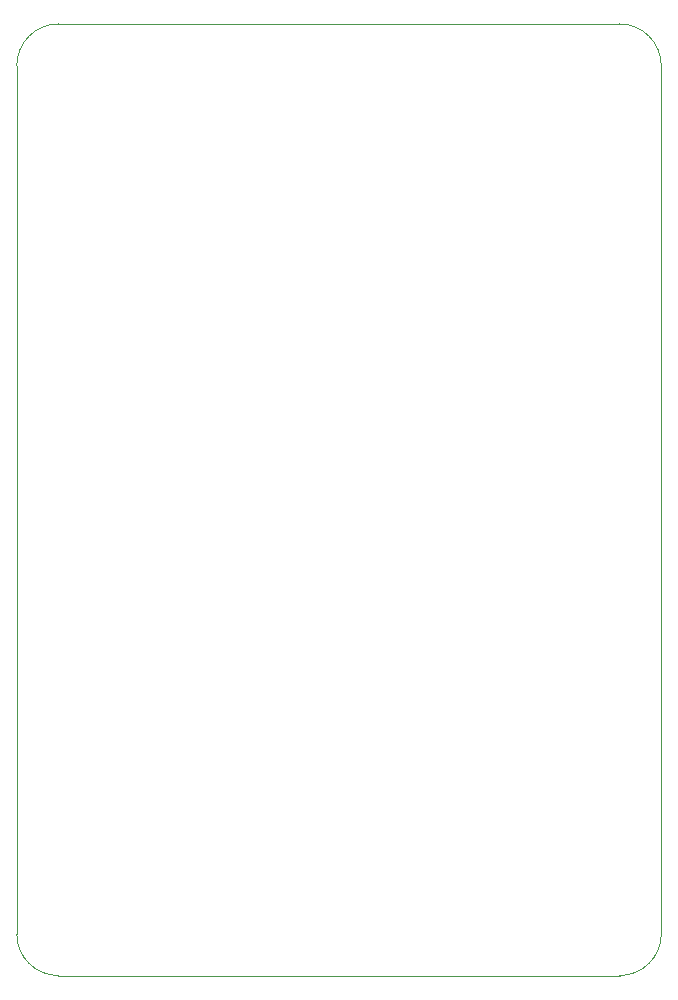
<source format=gbr>
G04 #@! TF.GenerationSoftware,KiCad,Pcbnew,7.0.7*
G04 #@! TF.CreationDate,2023-10-03T13:22:08+10:00*
G04 #@! TF.ProjectId,grbl_controller,6772626c-5f63-46f6-9e74-726f6c6c6572,rev?*
G04 #@! TF.SameCoordinates,Original*
G04 #@! TF.FileFunction,Profile,NP*
%FSLAX46Y46*%
G04 Gerber Fmt 4.6, Leading zero omitted, Abs format (unit mm)*
G04 Created by KiCad (PCBNEW 7.0.7) date 2023-10-03 13:22:08*
%MOMM*%
%LPD*%
G01*
G04 APERTURE LIST*
G04 #@! TA.AperFunction,Profile*
%ADD10C,0.100000*%
G04 #@! TD*
G04 APERTURE END LIST*
D10*
X70964467Y-38500000D02*
X70964467Y-112000000D01*
X122000000Y-34964467D02*
X74500000Y-34964467D01*
X122000000Y-115535533D02*
G75*
G03*
X125535533Y-112000000I0J3535533D01*
G01*
X74500000Y-115535533D02*
X122000000Y-115535533D01*
X70964467Y-112000000D02*
G75*
G03*
X74500000Y-115535533I3535533J0D01*
G01*
X74500000Y-34964467D02*
G75*
G03*
X70964467Y-38500000I0J-3535533D01*
G01*
X125535533Y-112000000D02*
X125535533Y-38500000D01*
X125535533Y-38500000D02*
G75*
G03*
X122000000Y-34964467I-3535533J0D01*
G01*
M02*

</source>
